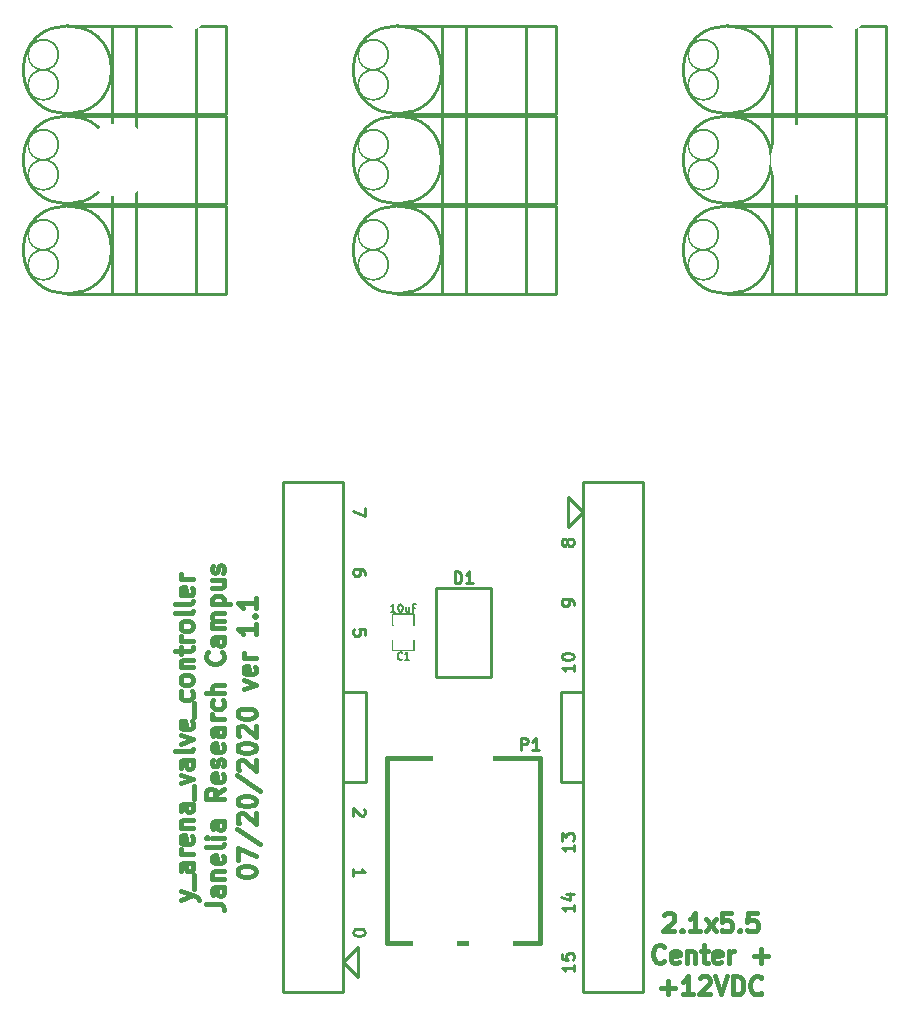
<source format=gto>
%TF.GenerationSoftware,KiCad,Pcbnew,5.1.6-c6e7f7d~87~ubuntu20.04.1*%
%TF.CreationDate,2020-07-21T15:37:17-04:00*%
%TF.ProjectId,y_arena_valve_controller,795f6172-656e-4615-9f76-616c76655f63,1.1*%
%TF.SameCoordinates,Original*%
%TF.FileFunction,Legend,Top*%
%TF.FilePolarity,Positive*%
%FSLAX46Y46*%
G04 Gerber Fmt 4.6, Leading zero omitted, Abs format (unit mm)*
G04 Created by KiCad (PCBNEW 5.1.6-c6e7f7d~87~ubuntu20.04.1) date 2020-07-21 15:37:17*
%MOMM*%
%LPD*%
G01*
G04 APERTURE LIST*
%ADD10C,0.381000*%
%ADD11C,0.279400*%
%ADD12C,0.150000*%
%ADD13C,0.177800*%
%ADD14C,0.228600*%
%ADD15C,0.400000*%
%ADD16C,0.254000*%
%ADD17C,0.158750*%
%ADD18O,2.132000X1.624000*%
%ADD19C,6.297600*%
%ADD20C,2.386000*%
%ADD21C,1.000000*%
%ADD22C,3.656000*%
%ADD23R,1.700200X0.887400*%
%ADD24R,4.000000X5.160000*%
%ADD25R,1.800000X1.640000*%
%ADD26C,4.600000*%
%ADD27C,2.000000*%
%ADD28R,5.100000X5.300000*%
%ADD29R,3.850000X5.100000*%
G04 APERTURE END LIST*
D10*
X64316428Y-131862285D02*
X65332428Y-131499428D01*
X64316428Y-131136571D02*
X65332428Y-131499428D01*
X65695285Y-131644571D01*
X65767857Y-131717142D01*
X65840428Y-131862285D01*
X65477571Y-130918857D02*
X65477571Y-129757714D01*
X65332428Y-128741714D02*
X64534142Y-128741714D01*
X64389000Y-128814285D01*
X64316428Y-128959428D01*
X64316428Y-129249714D01*
X64389000Y-129394857D01*
X65259857Y-128741714D02*
X65332428Y-128886857D01*
X65332428Y-129249714D01*
X65259857Y-129394857D01*
X65114714Y-129467428D01*
X64969571Y-129467428D01*
X64824428Y-129394857D01*
X64751857Y-129249714D01*
X64751857Y-128886857D01*
X64679285Y-128741714D01*
X65332428Y-128016000D02*
X64316428Y-128016000D01*
X64606714Y-128016000D02*
X64461571Y-127943428D01*
X64389000Y-127870857D01*
X64316428Y-127725714D01*
X64316428Y-127580571D01*
X65259857Y-126492000D02*
X65332428Y-126637142D01*
X65332428Y-126927428D01*
X65259857Y-127072571D01*
X65114714Y-127145142D01*
X64534142Y-127145142D01*
X64389000Y-127072571D01*
X64316428Y-126927428D01*
X64316428Y-126637142D01*
X64389000Y-126492000D01*
X64534142Y-126419428D01*
X64679285Y-126419428D01*
X64824428Y-127145142D01*
X64316428Y-125766285D02*
X65332428Y-125766285D01*
X64461571Y-125766285D02*
X64389000Y-125693714D01*
X64316428Y-125548571D01*
X64316428Y-125330857D01*
X64389000Y-125185714D01*
X64534142Y-125113142D01*
X65332428Y-125113142D01*
X65332428Y-123734285D02*
X64534142Y-123734285D01*
X64389000Y-123806857D01*
X64316428Y-123952000D01*
X64316428Y-124242285D01*
X64389000Y-124387428D01*
X65259857Y-123734285D02*
X65332428Y-123879428D01*
X65332428Y-124242285D01*
X65259857Y-124387428D01*
X65114714Y-124460000D01*
X64969571Y-124460000D01*
X64824428Y-124387428D01*
X64751857Y-124242285D01*
X64751857Y-123879428D01*
X64679285Y-123734285D01*
X65477571Y-123371428D02*
X65477571Y-122210285D01*
X64316428Y-121992571D02*
X65332428Y-121629714D01*
X64316428Y-121266857D01*
X65332428Y-120033142D02*
X64534142Y-120033142D01*
X64389000Y-120105714D01*
X64316428Y-120250857D01*
X64316428Y-120541142D01*
X64389000Y-120686285D01*
X65259857Y-120033142D02*
X65332428Y-120178285D01*
X65332428Y-120541142D01*
X65259857Y-120686285D01*
X65114714Y-120758857D01*
X64969571Y-120758857D01*
X64824428Y-120686285D01*
X64751857Y-120541142D01*
X64751857Y-120178285D01*
X64679285Y-120033142D01*
X65332428Y-119089714D02*
X65259857Y-119234857D01*
X65114714Y-119307428D01*
X63808428Y-119307428D01*
X64316428Y-118654285D02*
X65332428Y-118291428D01*
X64316428Y-117928571D01*
X65259857Y-116767428D02*
X65332428Y-116912571D01*
X65332428Y-117202857D01*
X65259857Y-117348000D01*
X65114714Y-117420571D01*
X64534142Y-117420571D01*
X64389000Y-117348000D01*
X64316428Y-117202857D01*
X64316428Y-116912571D01*
X64389000Y-116767428D01*
X64534142Y-116694857D01*
X64679285Y-116694857D01*
X64824428Y-117420571D01*
X65477571Y-116404571D02*
X65477571Y-115243428D01*
X65259857Y-114227428D02*
X65332428Y-114372571D01*
X65332428Y-114662857D01*
X65259857Y-114808000D01*
X65187285Y-114880571D01*
X65042142Y-114953142D01*
X64606714Y-114953142D01*
X64461571Y-114880571D01*
X64389000Y-114808000D01*
X64316428Y-114662857D01*
X64316428Y-114372571D01*
X64389000Y-114227428D01*
X65332428Y-113356571D02*
X65259857Y-113501714D01*
X65187285Y-113574285D01*
X65042142Y-113646857D01*
X64606714Y-113646857D01*
X64461571Y-113574285D01*
X64389000Y-113501714D01*
X64316428Y-113356571D01*
X64316428Y-113138857D01*
X64389000Y-112993714D01*
X64461571Y-112921142D01*
X64606714Y-112848571D01*
X65042142Y-112848571D01*
X65187285Y-112921142D01*
X65259857Y-112993714D01*
X65332428Y-113138857D01*
X65332428Y-113356571D01*
X64316428Y-112195428D02*
X65332428Y-112195428D01*
X64461571Y-112195428D02*
X64389000Y-112122857D01*
X64316428Y-111977714D01*
X64316428Y-111760000D01*
X64389000Y-111614857D01*
X64534142Y-111542285D01*
X65332428Y-111542285D01*
X64316428Y-111034285D02*
X64316428Y-110453714D01*
X63808428Y-110816571D02*
X65114714Y-110816571D01*
X65259857Y-110744000D01*
X65332428Y-110598857D01*
X65332428Y-110453714D01*
X65332428Y-109945714D02*
X64316428Y-109945714D01*
X64606714Y-109945714D02*
X64461571Y-109873142D01*
X64389000Y-109800571D01*
X64316428Y-109655428D01*
X64316428Y-109510285D01*
X65332428Y-108784571D02*
X65259857Y-108929714D01*
X65187285Y-109002285D01*
X65042142Y-109074857D01*
X64606714Y-109074857D01*
X64461571Y-109002285D01*
X64389000Y-108929714D01*
X64316428Y-108784571D01*
X64316428Y-108566857D01*
X64389000Y-108421714D01*
X64461571Y-108349142D01*
X64606714Y-108276571D01*
X65042142Y-108276571D01*
X65187285Y-108349142D01*
X65259857Y-108421714D01*
X65332428Y-108566857D01*
X65332428Y-108784571D01*
X65332428Y-107405714D02*
X65259857Y-107550857D01*
X65114714Y-107623428D01*
X63808428Y-107623428D01*
X65332428Y-106607428D02*
X65259857Y-106752571D01*
X65114714Y-106825142D01*
X63808428Y-106825142D01*
X65259857Y-105446285D02*
X65332428Y-105591428D01*
X65332428Y-105881714D01*
X65259857Y-106026857D01*
X65114714Y-106099428D01*
X64534142Y-106099428D01*
X64389000Y-106026857D01*
X64316428Y-105881714D01*
X64316428Y-105591428D01*
X64389000Y-105446285D01*
X64534142Y-105373714D01*
X64679285Y-105373714D01*
X64824428Y-106099428D01*
X65332428Y-104720571D02*
X64316428Y-104720571D01*
X64606714Y-104720571D02*
X64461571Y-104648000D01*
X64389000Y-104575428D01*
X64316428Y-104430285D01*
X64316428Y-104285142D01*
X66475428Y-132188857D02*
X67564000Y-132188857D01*
X67781714Y-132261428D01*
X67926857Y-132406571D01*
X67999428Y-132624285D01*
X67999428Y-132769428D01*
X67999428Y-130810000D02*
X67201142Y-130810000D01*
X67056000Y-130882571D01*
X66983428Y-131027714D01*
X66983428Y-131318000D01*
X67056000Y-131463142D01*
X67926857Y-130810000D02*
X67999428Y-130955142D01*
X67999428Y-131318000D01*
X67926857Y-131463142D01*
X67781714Y-131535714D01*
X67636571Y-131535714D01*
X67491428Y-131463142D01*
X67418857Y-131318000D01*
X67418857Y-130955142D01*
X67346285Y-130810000D01*
X66983428Y-130084285D02*
X67999428Y-130084285D01*
X67128571Y-130084285D02*
X67056000Y-130011714D01*
X66983428Y-129866571D01*
X66983428Y-129648857D01*
X67056000Y-129503714D01*
X67201142Y-129431142D01*
X67999428Y-129431142D01*
X67926857Y-128124857D02*
X67999428Y-128270000D01*
X67999428Y-128560285D01*
X67926857Y-128705428D01*
X67781714Y-128778000D01*
X67201142Y-128778000D01*
X67056000Y-128705428D01*
X66983428Y-128560285D01*
X66983428Y-128270000D01*
X67056000Y-128124857D01*
X67201142Y-128052285D01*
X67346285Y-128052285D01*
X67491428Y-128778000D01*
X67999428Y-127181428D02*
X67926857Y-127326571D01*
X67781714Y-127399142D01*
X66475428Y-127399142D01*
X67999428Y-126600857D02*
X66983428Y-126600857D01*
X66475428Y-126600857D02*
X66548000Y-126673428D01*
X66620571Y-126600857D01*
X66548000Y-126528285D01*
X66475428Y-126600857D01*
X66620571Y-126600857D01*
X67999428Y-125222000D02*
X67201142Y-125222000D01*
X67056000Y-125294571D01*
X66983428Y-125439714D01*
X66983428Y-125730000D01*
X67056000Y-125875142D01*
X67926857Y-125222000D02*
X67999428Y-125367142D01*
X67999428Y-125730000D01*
X67926857Y-125875142D01*
X67781714Y-125947714D01*
X67636571Y-125947714D01*
X67491428Y-125875142D01*
X67418857Y-125730000D01*
X67418857Y-125367142D01*
X67346285Y-125222000D01*
X67999428Y-122464285D02*
X67273714Y-122972285D01*
X67999428Y-123335142D02*
X66475428Y-123335142D01*
X66475428Y-122754571D01*
X66548000Y-122609428D01*
X66620571Y-122536857D01*
X66765714Y-122464285D01*
X66983428Y-122464285D01*
X67128571Y-122536857D01*
X67201142Y-122609428D01*
X67273714Y-122754571D01*
X67273714Y-123335142D01*
X67926857Y-121230571D02*
X67999428Y-121375714D01*
X67999428Y-121666000D01*
X67926857Y-121811142D01*
X67781714Y-121883714D01*
X67201142Y-121883714D01*
X67056000Y-121811142D01*
X66983428Y-121666000D01*
X66983428Y-121375714D01*
X67056000Y-121230571D01*
X67201142Y-121158000D01*
X67346285Y-121158000D01*
X67491428Y-121883714D01*
X67926857Y-120577428D02*
X67999428Y-120432285D01*
X67999428Y-120142000D01*
X67926857Y-119996857D01*
X67781714Y-119924285D01*
X67709142Y-119924285D01*
X67564000Y-119996857D01*
X67491428Y-120142000D01*
X67491428Y-120359714D01*
X67418857Y-120504857D01*
X67273714Y-120577428D01*
X67201142Y-120577428D01*
X67056000Y-120504857D01*
X66983428Y-120359714D01*
X66983428Y-120142000D01*
X67056000Y-119996857D01*
X67926857Y-118690571D02*
X67999428Y-118835714D01*
X67999428Y-119126000D01*
X67926857Y-119271142D01*
X67781714Y-119343714D01*
X67201142Y-119343714D01*
X67056000Y-119271142D01*
X66983428Y-119126000D01*
X66983428Y-118835714D01*
X67056000Y-118690571D01*
X67201142Y-118618000D01*
X67346285Y-118618000D01*
X67491428Y-119343714D01*
X67999428Y-117311714D02*
X67201142Y-117311714D01*
X67056000Y-117384285D01*
X66983428Y-117529428D01*
X66983428Y-117819714D01*
X67056000Y-117964857D01*
X67926857Y-117311714D02*
X67999428Y-117456857D01*
X67999428Y-117819714D01*
X67926857Y-117964857D01*
X67781714Y-118037428D01*
X67636571Y-118037428D01*
X67491428Y-117964857D01*
X67418857Y-117819714D01*
X67418857Y-117456857D01*
X67346285Y-117311714D01*
X67999428Y-116586000D02*
X66983428Y-116586000D01*
X67273714Y-116586000D02*
X67128571Y-116513428D01*
X67056000Y-116440857D01*
X66983428Y-116295714D01*
X66983428Y-116150571D01*
X67926857Y-114989428D02*
X67999428Y-115134571D01*
X67999428Y-115424857D01*
X67926857Y-115570000D01*
X67854285Y-115642571D01*
X67709142Y-115715142D01*
X67273714Y-115715142D01*
X67128571Y-115642571D01*
X67056000Y-115570000D01*
X66983428Y-115424857D01*
X66983428Y-115134571D01*
X67056000Y-114989428D01*
X67999428Y-114336285D02*
X66475428Y-114336285D01*
X67999428Y-113683142D02*
X67201142Y-113683142D01*
X67056000Y-113755714D01*
X66983428Y-113900857D01*
X66983428Y-114118571D01*
X67056000Y-114263714D01*
X67128571Y-114336285D01*
X67854285Y-110925428D02*
X67926857Y-110998000D01*
X67999428Y-111215714D01*
X67999428Y-111360857D01*
X67926857Y-111578571D01*
X67781714Y-111723714D01*
X67636571Y-111796285D01*
X67346285Y-111868857D01*
X67128571Y-111868857D01*
X66838285Y-111796285D01*
X66693142Y-111723714D01*
X66548000Y-111578571D01*
X66475428Y-111360857D01*
X66475428Y-111215714D01*
X66548000Y-110998000D01*
X66620571Y-110925428D01*
X67999428Y-109619142D02*
X67201142Y-109619142D01*
X67056000Y-109691714D01*
X66983428Y-109836857D01*
X66983428Y-110127142D01*
X67056000Y-110272285D01*
X67926857Y-109619142D02*
X67999428Y-109764285D01*
X67999428Y-110127142D01*
X67926857Y-110272285D01*
X67781714Y-110344857D01*
X67636571Y-110344857D01*
X67491428Y-110272285D01*
X67418857Y-110127142D01*
X67418857Y-109764285D01*
X67346285Y-109619142D01*
X67999428Y-108893428D02*
X66983428Y-108893428D01*
X67128571Y-108893428D02*
X67056000Y-108820857D01*
X66983428Y-108675714D01*
X66983428Y-108458000D01*
X67056000Y-108312857D01*
X67201142Y-108240285D01*
X67999428Y-108240285D01*
X67201142Y-108240285D02*
X67056000Y-108167714D01*
X66983428Y-108022571D01*
X66983428Y-107804857D01*
X67056000Y-107659714D01*
X67201142Y-107587142D01*
X67999428Y-107587142D01*
X66983428Y-106861428D02*
X68507428Y-106861428D01*
X67056000Y-106861428D02*
X66983428Y-106716285D01*
X66983428Y-106426000D01*
X67056000Y-106280857D01*
X67128571Y-106208285D01*
X67273714Y-106135714D01*
X67709142Y-106135714D01*
X67854285Y-106208285D01*
X67926857Y-106280857D01*
X67999428Y-106426000D01*
X67999428Y-106716285D01*
X67926857Y-106861428D01*
X66983428Y-104829428D02*
X67999428Y-104829428D01*
X66983428Y-105482571D02*
X67781714Y-105482571D01*
X67926857Y-105410000D01*
X67999428Y-105264857D01*
X67999428Y-105047142D01*
X67926857Y-104902000D01*
X67854285Y-104829428D01*
X67926857Y-104176285D02*
X67999428Y-104031142D01*
X67999428Y-103740857D01*
X67926857Y-103595714D01*
X67781714Y-103523142D01*
X67709142Y-103523142D01*
X67564000Y-103595714D01*
X67491428Y-103740857D01*
X67491428Y-103958571D01*
X67418857Y-104103714D01*
X67273714Y-104176285D01*
X67201142Y-104176285D01*
X67056000Y-104103714D01*
X66983428Y-103958571D01*
X66983428Y-103740857D01*
X67056000Y-103595714D01*
X69142428Y-129540000D02*
X69142428Y-129394857D01*
X69215000Y-129249714D01*
X69287571Y-129177142D01*
X69432714Y-129104571D01*
X69723000Y-129032000D01*
X70085857Y-129032000D01*
X70376142Y-129104571D01*
X70521285Y-129177142D01*
X70593857Y-129249714D01*
X70666428Y-129394857D01*
X70666428Y-129540000D01*
X70593857Y-129685142D01*
X70521285Y-129757714D01*
X70376142Y-129830285D01*
X70085857Y-129902857D01*
X69723000Y-129902857D01*
X69432714Y-129830285D01*
X69287571Y-129757714D01*
X69215000Y-129685142D01*
X69142428Y-129540000D01*
X69142428Y-128524000D02*
X69142428Y-127508000D01*
X70666428Y-128161142D01*
X69069857Y-125838857D02*
X71029285Y-127145142D01*
X69287571Y-125403428D02*
X69215000Y-125330857D01*
X69142428Y-125185714D01*
X69142428Y-124822857D01*
X69215000Y-124677714D01*
X69287571Y-124605142D01*
X69432714Y-124532571D01*
X69577857Y-124532571D01*
X69795571Y-124605142D01*
X70666428Y-125476000D01*
X70666428Y-124532571D01*
X69142428Y-123589142D02*
X69142428Y-123444000D01*
X69215000Y-123298857D01*
X69287571Y-123226285D01*
X69432714Y-123153714D01*
X69723000Y-123081142D01*
X70085857Y-123081142D01*
X70376142Y-123153714D01*
X70521285Y-123226285D01*
X70593857Y-123298857D01*
X70666428Y-123444000D01*
X70666428Y-123589142D01*
X70593857Y-123734285D01*
X70521285Y-123806857D01*
X70376142Y-123879428D01*
X70085857Y-123952000D01*
X69723000Y-123952000D01*
X69432714Y-123879428D01*
X69287571Y-123806857D01*
X69215000Y-123734285D01*
X69142428Y-123589142D01*
X69069857Y-121339428D02*
X71029285Y-122645714D01*
X69287571Y-120904000D02*
X69215000Y-120831428D01*
X69142428Y-120686285D01*
X69142428Y-120323428D01*
X69215000Y-120178285D01*
X69287571Y-120105714D01*
X69432714Y-120033142D01*
X69577857Y-120033142D01*
X69795571Y-120105714D01*
X70666428Y-120976571D01*
X70666428Y-120033142D01*
X69142428Y-119089714D02*
X69142428Y-118944571D01*
X69215000Y-118799428D01*
X69287571Y-118726857D01*
X69432714Y-118654285D01*
X69723000Y-118581714D01*
X70085857Y-118581714D01*
X70376142Y-118654285D01*
X70521285Y-118726857D01*
X70593857Y-118799428D01*
X70666428Y-118944571D01*
X70666428Y-119089714D01*
X70593857Y-119234857D01*
X70521285Y-119307428D01*
X70376142Y-119380000D01*
X70085857Y-119452571D01*
X69723000Y-119452571D01*
X69432714Y-119380000D01*
X69287571Y-119307428D01*
X69215000Y-119234857D01*
X69142428Y-119089714D01*
X69287571Y-118001142D02*
X69215000Y-117928571D01*
X69142428Y-117783428D01*
X69142428Y-117420571D01*
X69215000Y-117275428D01*
X69287571Y-117202857D01*
X69432714Y-117130285D01*
X69577857Y-117130285D01*
X69795571Y-117202857D01*
X70666428Y-118073714D01*
X70666428Y-117130285D01*
X69142428Y-116186857D02*
X69142428Y-116041714D01*
X69215000Y-115896571D01*
X69287571Y-115824000D01*
X69432714Y-115751428D01*
X69723000Y-115678857D01*
X70085857Y-115678857D01*
X70376142Y-115751428D01*
X70521285Y-115824000D01*
X70593857Y-115896571D01*
X70666428Y-116041714D01*
X70666428Y-116186857D01*
X70593857Y-116332000D01*
X70521285Y-116404571D01*
X70376142Y-116477142D01*
X70085857Y-116549714D01*
X69723000Y-116549714D01*
X69432714Y-116477142D01*
X69287571Y-116404571D01*
X69215000Y-116332000D01*
X69142428Y-116186857D01*
X69650428Y-114009714D02*
X70666428Y-113646857D01*
X69650428Y-113284000D01*
X70593857Y-112122857D02*
X70666428Y-112268000D01*
X70666428Y-112558285D01*
X70593857Y-112703428D01*
X70448714Y-112776000D01*
X69868142Y-112776000D01*
X69723000Y-112703428D01*
X69650428Y-112558285D01*
X69650428Y-112268000D01*
X69723000Y-112122857D01*
X69868142Y-112050285D01*
X70013285Y-112050285D01*
X70158428Y-112776000D01*
X70666428Y-111397142D02*
X69650428Y-111397142D01*
X69940714Y-111397142D02*
X69795571Y-111324571D01*
X69723000Y-111252000D01*
X69650428Y-111106857D01*
X69650428Y-110961714D01*
X70666428Y-108494285D02*
X70666428Y-109365142D01*
X70666428Y-108929714D02*
X69142428Y-108929714D01*
X69360142Y-109074857D01*
X69505285Y-109220000D01*
X69577857Y-109365142D01*
X70521285Y-107841142D02*
X70593857Y-107768571D01*
X70666428Y-107841142D01*
X70593857Y-107913714D01*
X70521285Y-107841142D01*
X70666428Y-107841142D01*
X70666428Y-106317142D02*
X70666428Y-107188000D01*
X70666428Y-106752571D02*
X69142428Y-106752571D01*
X69360142Y-106897714D01*
X69505285Y-107042857D01*
X69577857Y-107188000D01*
X105264857Y-133168571D02*
X105337428Y-133096000D01*
X105482571Y-133023428D01*
X105845428Y-133023428D01*
X105990571Y-133096000D01*
X106063142Y-133168571D01*
X106135714Y-133313714D01*
X106135714Y-133458857D01*
X106063142Y-133676571D01*
X105192285Y-134547428D01*
X106135714Y-134547428D01*
X106788857Y-134402285D02*
X106861428Y-134474857D01*
X106788857Y-134547428D01*
X106716285Y-134474857D01*
X106788857Y-134402285D01*
X106788857Y-134547428D01*
X108312857Y-134547428D02*
X107442000Y-134547428D01*
X107877428Y-134547428D02*
X107877428Y-133023428D01*
X107732285Y-133241142D01*
X107587142Y-133386285D01*
X107442000Y-133458857D01*
X108820857Y-134547428D02*
X109619142Y-133531428D01*
X108820857Y-133531428D02*
X109619142Y-134547428D01*
X110925428Y-133023428D02*
X110199714Y-133023428D01*
X110127142Y-133749142D01*
X110199714Y-133676571D01*
X110344857Y-133604000D01*
X110707714Y-133604000D01*
X110852857Y-133676571D01*
X110925428Y-133749142D01*
X110998000Y-133894285D01*
X110998000Y-134257142D01*
X110925428Y-134402285D01*
X110852857Y-134474857D01*
X110707714Y-134547428D01*
X110344857Y-134547428D01*
X110199714Y-134474857D01*
X110127142Y-134402285D01*
X111651142Y-134402285D02*
X111723714Y-134474857D01*
X111651142Y-134547428D01*
X111578571Y-134474857D01*
X111651142Y-134402285D01*
X111651142Y-134547428D01*
X113102571Y-133023428D02*
X112376857Y-133023428D01*
X112304285Y-133749142D01*
X112376857Y-133676571D01*
X112522000Y-133604000D01*
X112884857Y-133604000D01*
X113030000Y-133676571D01*
X113102571Y-133749142D01*
X113175142Y-133894285D01*
X113175142Y-134257142D01*
X113102571Y-134402285D01*
X113030000Y-134474857D01*
X112884857Y-134547428D01*
X112522000Y-134547428D01*
X112376857Y-134474857D01*
X112304285Y-134402285D01*
X105264857Y-137069285D02*
X105192285Y-137141857D01*
X104974571Y-137214428D01*
X104829428Y-137214428D01*
X104611714Y-137141857D01*
X104466571Y-136996714D01*
X104394000Y-136851571D01*
X104321428Y-136561285D01*
X104321428Y-136343571D01*
X104394000Y-136053285D01*
X104466571Y-135908142D01*
X104611714Y-135763000D01*
X104829428Y-135690428D01*
X104974571Y-135690428D01*
X105192285Y-135763000D01*
X105264857Y-135835571D01*
X106498571Y-137141857D02*
X106353428Y-137214428D01*
X106063142Y-137214428D01*
X105918000Y-137141857D01*
X105845428Y-136996714D01*
X105845428Y-136416142D01*
X105918000Y-136271000D01*
X106063142Y-136198428D01*
X106353428Y-136198428D01*
X106498571Y-136271000D01*
X106571142Y-136416142D01*
X106571142Y-136561285D01*
X105845428Y-136706428D01*
X107224285Y-136198428D02*
X107224285Y-137214428D01*
X107224285Y-136343571D02*
X107296857Y-136271000D01*
X107442000Y-136198428D01*
X107659714Y-136198428D01*
X107804857Y-136271000D01*
X107877428Y-136416142D01*
X107877428Y-137214428D01*
X108385428Y-136198428D02*
X108966000Y-136198428D01*
X108603142Y-135690428D02*
X108603142Y-136996714D01*
X108675714Y-137141857D01*
X108820857Y-137214428D01*
X108966000Y-137214428D01*
X110054571Y-137141857D02*
X109909428Y-137214428D01*
X109619142Y-137214428D01*
X109474000Y-137141857D01*
X109401428Y-136996714D01*
X109401428Y-136416142D01*
X109474000Y-136271000D01*
X109619142Y-136198428D01*
X109909428Y-136198428D01*
X110054571Y-136271000D01*
X110127142Y-136416142D01*
X110127142Y-136561285D01*
X109401428Y-136706428D01*
X110780285Y-137214428D02*
X110780285Y-136198428D01*
X110780285Y-136488714D02*
X110852857Y-136343571D01*
X110925428Y-136271000D01*
X111070571Y-136198428D01*
X111215714Y-136198428D01*
X112884857Y-136633857D02*
X114046000Y-136633857D01*
X113465428Y-137214428D02*
X113465428Y-136053285D01*
X105010857Y-139300857D02*
X106172000Y-139300857D01*
X105591428Y-139881428D02*
X105591428Y-138720285D01*
X107696000Y-139881428D02*
X106825142Y-139881428D01*
X107260571Y-139881428D02*
X107260571Y-138357428D01*
X107115428Y-138575142D01*
X106970285Y-138720285D01*
X106825142Y-138792857D01*
X108276571Y-138502571D02*
X108349142Y-138430000D01*
X108494285Y-138357428D01*
X108857142Y-138357428D01*
X109002285Y-138430000D01*
X109074857Y-138502571D01*
X109147428Y-138647714D01*
X109147428Y-138792857D01*
X109074857Y-139010571D01*
X108204000Y-139881428D01*
X109147428Y-139881428D01*
X109582857Y-138357428D02*
X110090857Y-139881428D01*
X110598857Y-138357428D01*
X111106857Y-139881428D02*
X111106857Y-138357428D01*
X111469714Y-138357428D01*
X111687428Y-138430000D01*
X111832571Y-138575142D01*
X111905142Y-138720285D01*
X111977714Y-139010571D01*
X111977714Y-139228285D01*
X111905142Y-139518571D01*
X111832571Y-139663714D01*
X111687428Y-139808857D01*
X111469714Y-139881428D01*
X111106857Y-139881428D01*
X113501714Y-139736285D02*
X113429142Y-139808857D01*
X113211428Y-139881428D01*
X113066285Y-139881428D01*
X112848571Y-139808857D01*
X112703428Y-139663714D01*
X112630857Y-139518571D01*
X112558285Y-139228285D01*
X112558285Y-139010571D01*
X112630857Y-138720285D01*
X112703428Y-138575142D01*
X112848571Y-138430000D01*
X113066285Y-138357428D01*
X113211428Y-138357428D01*
X113429142Y-138430000D01*
X113501714Y-138502571D01*
D11*
%TO.C,PHIDGET1*%
X103505000Y-139700000D02*
X103505000Y-96520000D01*
X103505000Y-96520000D02*
X98425000Y-96520000D01*
X98425000Y-96520000D02*
X98425000Y-139700000D01*
X98425000Y-139700000D02*
X103505000Y-139700000D01*
X96520000Y-121920000D02*
X98425000Y-121920000D01*
X96520000Y-121920000D02*
X96520000Y-114300000D01*
X98425000Y-114300000D02*
X96520000Y-114300000D01*
X97155000Y-100330000D02*
X97155000Y-97790000D01*
X97155000Y-97790000D02*
X98425000Y-99060000D01*
X98425000Y-99060000D02*
X97155000Y-100330000D01*
X79375000Y-138430000D02*
X78105000Y-137160000D01*
X79375000Y-135890000D02*
X79375000Y-138430000D01*
X78105000Y-96520000D02*
X73025000Y-96520000D01*
X73025000Y-96520000D02*
X73025000Y-139700000D01*
X78105000Y-139700000D02*
X78105000Y-96520000D01*
X78105000Y-137160000D02*
X79375000Y-135890000D01*
X73025000Y-139700000D02*
X78105000Y-139700000D01*
X78105000Y-121920000D02*
X80010000Y-121920000D01*
X80010000Y-114300000D02*
X78105000Y-114300000D01*
X80010000Y-114300000D02*
X80010000Y-121920000D01*
%TO.C,S1*%
X58521600Y-73101200D02*
X54737000Y-73101200D01*
X58521600Y-80568800D02*
X58521600Y-73101200D01*
X54737000Y-80568800D02*
X58521600Y-80568800D01*
X58470800Y-76835000D02*
G75*
G03*
X58470800Y-76835000I-3733800J0D01*
G01*
D12*
X53975000Y-75565000D02*
G75*
G03*
X53975000Y-75565000I-1270000J0D01*
G01*
X53975000Y-78105000D02*
G75*
G03*
X53975000Y-78105000I-1270000J0D01*
G01*
D11*
X68173600Y-80568800D02*
X68173600Y-73101200D01*
X68173600Y-80568800D02*
X58521600Y-80568800D01*
X68173600Y-73101200D02*
X58521600Y-73101200D01*
X65633600Y-80568800D02*
X65633600Y-73101200D01*
X60553600Y-80568800D02*
X60553600Y-73101200D01*
%TO.C,S2*%
X58521600Y-65481200D02*
X54737000Y-65481200D01*
X58521600Y-72948800D02*
X58521600Y-65481200D01*
X54737000Y-72948800D02*
X58521600Y-72948800D01*
X58470800Y-69215000D02*
G75*
G03*
X58470800Y-69215000I-3733800J0D01*
G01*
D12*
X53975000Y-67945000D02*
G75*
G03*
X53975000Y-67945000I-1270000J0D01*
G01*
X53975000Y-70485000D02*
G75*
G03*
X53975000Y-70485000I-1270000J0D01*
G01*
D11*
X68173600Y-72948800D02*
X68173600Y-65481200D01*
X68173600Y-72948800D02*
X58521600Y-72948800D01*
X68173600Y-65481200D02*
X58521600Y-65481200D01*
X65633600Y-72948800D02*
X65633600Y-65481200D01*
X60553600Y-72948800D02*
X60553600Y-65481200D01*
%TO.C,S3*%
X58521600Y-57861200D02*
X54737000Y-57861200D01*
X58521600Y-65328800D02*
X58521600Y-57861200D01*
X54737000Y-65328800D02*
X58521600Y-65328800D01*
X58470800Y-61595000D02*
G75*
G03*
X58470800Y-61595000I-3733800J0D01*
G01*
D12*
X53975000Y-60325000D02*
G75*
G03*
X53975000Y-60325000I-1270000J0D01*
G01*
X53975000Y-62865000D02*
G75*
G03*
X53975000Y-62865000I-1270000J0D01*
G01*
D11*
X68173600Y-65328800D02*
X68173600Y-57861200D01*
X68173600Y-65328800D02*
X58521600Y-65328800D01*
X68173600Y-57861200D02*
X58521600Y-57861200D01*
X65633600Y-65328800D02*
X65633600Y-57861200D01*
X60553600Y-65328800D02*
X60553600Y-57861200D01*
%TO.C,S4*%
X86461600Y-73101200D02*
X82677000Y-73101200D01*
X86461600Y-80568800D02*
X86461600Y-73101200D01*
X82677000Y-80568800D02*
X86461600Y-80568800D01*
X86410800Y-76835000D02*
G75*
G03*
X86410800Y-76835000I-3733800J0D01*
G01*
D12*
X81915000Y-75565000D02*
G75*
G03*
X81915000Y-75565000I-1270000J0D01*
G01*
X81915000Y-78105000D02*
G75*
G03*
X81915000Y-78105000I-1270000J0D01*
G01*
D11*
X96113600Y-80568800D02*
X96113600Y-73101200D01*
X96113600Y-80568800D02*
X86461600Y-80568800D01*
X96113600Y-73101200D02*
X86461600Y-73101200D01*
X93573600Y-80568800D02*
X93573600Y-73101200D01*
X88493600Y-80568800D02*
X88493600Y-73101200D01*
%TO.C,S5*%
X86461600Y-65481200D02*
X82677000Y-65481200D01*
X86461600Y-72948800D02*
X86461600Y-65481200D01*
X82677000Y-72948800D02*
X86461600Y-72948800D01*
X86410800Y-69215000D02*
G75*
G03*
X86410800Y-69215000I-3733800J0D01*
G01*
D12*
X81915000Y-67945000D02*
G75*
G03*
X81915000Y-67945000I-1270000J0D01*
G01*
X81915000Y-70485000D02*
G75*
G03*
X81915000Y-70485000I-1270000J0D01*
G01*
D11*
X96113600Y-72948800D02*
X96113600Y-65481200D01*
X96113600Y-72948800D02*
X86461600Y-72948800D01*
X96113600Y-65481200D02*
X86461600Y-65481200D01*
X93573600Y-72948800D02*
X93573600Y-65481200D01*
X88493600Y-72948800D02*
X88493600Y-65481200D01*
%TO.C,S6*%
X86461600Y-57861200D02*
X82677000Y-57861200D01*
X86461600Y-65328800D02*
X86461600Y-57861200D01*
X82677000Y-65328800D02*
X86461600Y-65328800D01*
X86410800Y-61595000D02*
G75*
G03*
X86410800Y-61595000I-3733800J0D01*
G01*
D12*
X81915000Y-60325000D02*
G75*
G03*
X81915000Y-60325000I-1270000J0D01*
G01*
X81915000Y-62865000D02*
G75*
G03*
X81915000Y-62865000I-1270000J0D01*
G01*
D11*
X96113600Y-65328800D02*
X96113600Y-57861200D01*
X96113600Y-65328800D02*
X86461600Y-65328800D01*
X96113600Y-57861200D02*
X86461600Y-57861200D01*
X93573600Y-65328800D02*
X93573600Y-57861200D01*
X88493600Y-65328800D02*
X88493600Y-57861200D01*
%TO.C,S7*%
X114401600Y-73101200D02*
X110617000Y-73101200D01*
X114401600Y-80568800D02*
X114401600Y-73101200D01*
X110617000Y-80568800D02*
X114401600Y-80568800D01*
X114350800Y-76835000D02*
G75*
G03*
X114350800Y-76835000I-3733800J0D01*
G01*
D12*
X109855000Y-75565000D02*
G75*
G03*
X109855000Y-75565000I-1270000J0D01*
G01*
X109855000Y-78105000D02*
G75*
G03*
X109855000Y-78105000I-1270000J0D01*
G01*
D11*
X124053600Y-80568800D02*
X124053600Y-73101200D01*
X124053600Y-80568800D02*
X114401600Y-80568800D01*
X124053600Y-73101200D02*
X114401600Y-73101200D01*
X121513600Y-80568800D02*
X121513600Y-73101200D01*
X116433600Y-80568800D02*
X116433600Y-73101200D01*
%TO.C,S8*%
X114401600Y-65481200D02*
X110617000Y-65481200D01*
X114401600Y-72948800D02*
X114401600Y-65481200D01*
X110617000Y-72948800D02*
X114401600Y-72948800D01*
X114350800Y-69215000D02*
G75*
G03*
X114350800Y-69215000I-3733800J0D01*
G01*
D12*
X109855000Y-67945000D02*
G75*
G03*
X109855000Y-67945000I-1270000J0D01*
G01*
X109855000Y-70485000D02*
G75*
G03*
X109855000Y-70485000I-1270000J0D01*
G01*
D11*
X124053600Y-72948800D02*
X124053600Y-65481200D01*
X124053600Y-72948800D02*
X114401600Y-72948800D01*
X124053600Y-65481200D02*
X114401600Y-65481200D01*
X121513600Y-72948800D02*
X121513600Y-65481200D01*
X116433600Y-72948800D02*
X116433600Y-65481200D01*
%TO.C,S9*%
X114401600Y-57861200D02*
X110617000Y-57861200D01*
X114401600Y-65328800D02*
X114401600Y-57861200D01*
X110617000Y-65328800D02*
X114401600Y-65328800D01*
X114350800Y-61595000D02*
G75*
G03*
X114350800Y-61595000I-3733800J0D01*
G01*
D12*
X109855000Y-60325000D02*
G75*
G03*
X109855000Y-60325000I-1270000J0D01*
G01*
X109855000Y-62865000D02*
G75*
G03*
X109855000Y-62865000I-1270000J0D01*
G01*
D11*
X124053600Y-65328800D02*
X124053600Y-57861200D01*
X124053600Y-65328800D02*
X114401600Y-65328800D01*
X124053600Y-57861200D02*
X114401600Y-57861200D01*
X121513600Y-65328800D02*
X121513600Y-57861200D01*
X116433600Y-65328800D02*
X116433600Y-57861200D01*
D13*
%TO.C,C1*%
X82296000Y-110744000D02*
X82296000Y-109855000D01*
X84074000Y-110744000D02*
X82296000Y-110744000D01*
X84074000Y-109855000D02*
X84074000Y-110744000D01*
X82296000Y-107696000D02*
X82296000Y-108585000D01*
X84074000Y-107696000D02*
X82296000Y-107696000D01*
X84074000Y-108585000D02*
X84074000Y-107696000D01*
D14*
%TO.C,D1*%
X90565000Y-112970000D02*
X85965000Y-112970000D01*
X85965000Y-112970000D02*
X85965000Y-105470000D01*
X85965000Y-105470000D02*
X90565000Y-105470000D01*
X90565000Y-105470000D02*
X90565000Y-112970000D01*
D15*
%TO.C,P1*%
X81765000Y-135530000D02*
X94765000Y-135530000D01*
X81765000Y-119830000D02*
X94765000Y-119830000D01*
X81765000Y-119830000D02*
X81765000Y-135530000D01*
X94765000Y-119830000D02*
X94765000Y-135530000D01*
%TO.C,PHIDGET1*%
D16*
X79931380Y-134571619D02*
X79931380Y-134668380D01*
X79883000Y-134765142D01*
X79834619Y-134813523D01*
X79737857Y-134861904D01*
X79544333Y-134910285D01*
X79302428Y-134910285D01*
X79108904Y-134861904D01*
X79012142Y-134813523D01*
X78963761Y-134765142D01*
X78915380Y-134668380D01*
X78915380Y-134571619D01*
X78963761Y-134474857D01*
X79012142Y-134426476D01*
X79108904Y-134378095D01*
X79302428Y-134329714D01*
X79544333Y-134329714D01*
X79737857Y-134378095D01*
X79834619Y-134426476D01*
X79883000Y-134474857D01*
X79931380Y-134571619D01*
X78915380Y-129830285D02*
X78915380Y-129249714D01*
X78915380Y-129540000D02*
X79931380Y-129540000D01*
X79786238Y-129443238D01*
X79689476Y-129346476D01*
X79641095Y-129249714D01*
X79931380Y-98721333D02*
X79931380Y-99398666D01*
X78915380Y-98963238D01*
X79931380Y-104333523D02*
X79931380Y-104140000D01*
X79883000Y-104043238D01*
X79834619Y-103994857D01*
X79689476Y-103898095D01*
X79495952Y-103849714D01*
X79108904Y-103849714D01*
X79012142Y-103898095D01*
X78963761Y-103946476D01*
X78915380Y-104043238D01*
X78915380Y-104236761D01*
X78963761Y-104333523D01*
X79012142Y-104381904D01*
X79108904Y-104430285D01*
X79350809Y-104430285D01*
X79447571Y-104381904D01*
X79495952Y-104333523D01*
X79544333Y-104236761D01*
X79544333Y-104043238D01*
X79495952Y-103946476D01*
X79447571Y-103898095D01*
X79350809Y-103849714D01*
X79931380Y-109461904D02*
X79931380Y-108978095D01*
X79447571Y-108929714D01*
X79495952Y-108978095D01*
X79544333Y-109074857D01*
X79544333Y-109316761D01*
X79495952Y-109413523D01*
X79447571Y-109461904D01*
X79350809Y-109510285D01*
X79108904Y-109510285D01*
X79012142Y-109461904D01*
X78963761Y-109413523D01*
X78915380Y-109316761D01*
X78915380Y-109074857D01*
X78963761Y-108978095D01*
X79012142Y-108929714D01*
X79834619Y-124169714D02*
X79883000Y-124218095D01*
X79931380Y-124314857D01*
X79931380Y-124556761D01*
X79883000Y-124653523D01*
X79834619Y-124701904D01*
X79737857Y-124750285D01*
X79641095Y-124750285D01*
X79495952Y-124701904D01*
X78915380Y-124121333D01*
X78915380Y-124750285D01*
X97034047Y-101696761D02*
X96985666Y-101793523D01*
X96937285Y-101841904D01*
X96840523Y-101890285D01*
X96792142Y-101890285D01*
X96695380Y-101841904D01*
X96647000Y-101793523D01*
X96598619Y-101696761D01*
X96598619Y-101503238D01*
X96647000Y-101406476D01*
X96695380Y-101358095D01*
X96792142Y-101309714D01*
X96840523Y-101309714D01*
X96937285Y-101358095D01*
X96985666Y-101406476D01*
X97034047Y-101503238D01*
X97034047Y-101696761D01*
X97082428Y-101793523D01*
X97130809Y-101841904D01*
X97227571Y-101890285D01*
X97421095Y-101890285D01*
X97517857Y-101841904D01*
X97566238Y-101793523D01*
X97614619Y-101696761D01*
X97614619Y-101503238D01*
X97566238Y-101406476D01*
X97517857Y-101358095D01*
X97421095Y-101309714D01*
X97227571Y-101309714D01*
X97130809Y-101358095D01*
X97082428Y-101406476D01*
X97034047Y-101503238D01*
X97614619Y-137353523D02*
X97614619Y-137934095D01*
X97614619Y-137643809D02*
X96598619Y-137643809D01*
X96743761Y-137740571D01*
X96840523Y-137837333D01*
X96888904Y-137934095D01*
X96598619Y-136434285D02*
X96598619Y-136918095D01*
X97082428Y-136966476D01*
X97034047Y-136918095D01*
X96985666Y-136821333D01*
X96985666Y-136579428D01*
X97034047Y-136482666D01*
X97082428Y-136434285D01*
X97179190Y-136385904D01*
X97421095Y-136385904D01*
X97517857Y-136434285D01*
X97566238Y-136482666D01*
X97614619Y-136579428D01*
X97614619Y-136821333D01*
X97566238Y-136918095D01*
X97517857Y-136966476D01*
X97614619Y-132273523D02*
X97614619Y-132854095D01*
X97614619Y-132563809D02*
X96598619Y-132563809D01*
X96743761Y-132660571D01*
X96840523Y-132757333D01*
X96888904Y-132854095D01*
X96937285Y-131402666D02*
X97614619Y-131402666D01*
X96550238Y-131644571D02*
X97275952Y-131886476D01*
X97275952Y-131257523D01*
X97614619Y-127193523D02*
X97614619Y-127774095D01*
X97614619Y-127483809D02*
X96598619Y-127483809D01*
X96743761Y-127580571D01*
X96840523Y-127677333D01*
X96888904Y-127774095D01*
X96598619Y-126854857D02*
X96598619Y-126225904D01*
X96985666Y-126564571D01*
X96985666Y-126419428D01*
X97034047Y-126322666D01*
X97082428Y-126274285D01*
X97179190Y-126225904D01*
X97421095Y-126225904D01*
X97517857Y-126274285D01*
X97566238Y-126322666D01*
X97614619Y-126419428D01*
X97614619Y-126709714D01*
X97566238Y-126806476D01*
X97517857Y-126854857D01*
X97614619Y-111953523D02*
X97614619Y-112534095D01*
X97614619Y-112243809D02*
X96598619Y-112243809D01*
X96743761Y-112340571D01*
X96840523Y-112437333D01*
X96888904Y-112534095D01*
X96598619Y-111324571D02*
X96598619Y-111227809D01*
X96647000Y-111131047D01*
X96695380Y-111082666D01*
X96792142Y-111034285D01*
X96985666Y-110985904D01*
X97227571Y-110985904D01*
X97421095Y-111034285D01*
X97517857Y-111082666D01*
X97566238Y-111131047D01*
X97614619Y-111227809D01*
X97614619Y-111324571D01*
X97566238Y-111421333D01*
X97517857Y-111469714D01*
X97421095Y-111518095D01*
X97227571Y-111566476D01*
X96985666Y-111566476D01*
X96792142Y-111518095D01*
X96695380Y-111469714D01*
X96647000Y-111421333D01*
X96598619Y-111324571D01*
X97614619Y-106873523D02*
X97614619Y-106680000D01*
X97566238Y-106583238D01*
X97517857Y-106534857D01*
X97372714Y-106438095D01*
X97179190Y-106389714D01*
X96792142Y-106389714D01*
X96695380Y-106438095D01*
X96647000Y-106486476D01*
X96598619Y-106583238D01*
X96598619Y-106776761D01*
X96647000Y-106873523D01*
X96695380Y-106921904D01*
X96792142Y-106970285D01*
X97034047Y-106970285D01*
X97130809Y-106921904D01*
X97179190Y-106873523D01*
X97227571Y-106776761D01*
X97227571Y-106583238D01*
X97179190Y-106486476D01*
X97130809Y-106438095D01*
X97034047Y-106389714D01*
%TO.C,C1*%
D17*
X83079166Y-111478785D02*
X83048928Y-111509023D01*
X82958214Y-111539261D01*
X82897738Y-111539261D01*
X82807023Y-111509023D01*
X82746547Y-111448547D01*
X82716309Y-111388071D01*
X82686071Y-111267119D01*
X82686071Y-111176404D01*
X82716309Y-111055452D01*
X82746547Y-110994976D01*
X82807023Y-110934500D01*
X82897738Y-110904261D01*
X82958214Y-110904261D01*
X83048928Y-110934500D01*
X83079166Y-110964738D01*
X83683928Y-111539261D02*
X83321071Y-111539261D01*
X83502500Y-111539261D02*
X83502500Y-110904261D01*
X83442023Y-110994976D01*
X83381547Y-111055452D01*
X83321071Y-111085690D01*
X82504642Y-107475261D02*
X82141785Y-107475261D01*
X82323214Y-107475261D02*
X82323214Y-106840261D01*
X82262738Y-106930976D01*
X82202261Y-106991452D01*
X82141785Y-107021690D01*
X82897738Y-106840261D02*
X82958214Y-106840261D01*
X83018690Y-106870500D01*
X83048928Y-106900738D01*
X83079166Y-106961214D01*
X83109404Y-107082166D01*
X83109404Y-107233357D01*
X83079166Y-107354309D01*
X83048928Y-107414785D01*
X83018690Y-107445023D01*
X82958214Y-107475261D01*
X82897738Y-107475261D01*
X82837261Y-107445023D01*
X82807023Y-107414785D01*
X82776785Y-107354309D01*
X82746547Y-107233357D01*
X82746547Y-107082166D01*
X82776785Y-106961214D01*
X82807023Y-106900738D01*
X82837261Y-106870500D01*
X82897738Y-106840261D01*
X83653690Y-107051928D02*
X83653690Y-107475261D01*
X83381547Y-107051928D02*
X83381547Y-107384547D01*
X83411785Y-107445023D01*
X83472261Y-107475261D01*
X83562976Y-107475261D01*
X83623452Y-107445023D01*
X83653690Y-107414785D01*
X84167738Y-107142642D02*
X83956071Y-107142642D01*
X83956071Y-107475261D02*
X83956071Y-106840261D01*
X84258452Y-106840261D01*
%TO.C,D1*%
D16*
X87515095Y-105079619D02*
X87515095Y-104063619D01*
X87757000Y-104063619D01*
X87902142Y-104112000D01*
X87998904Y-104208761D01*
X88047285Y-104305523D01*
X88095666Y-104499047D01*
X88095666Y-104644190D01*
X88047285Y-104837714D01*
X87998904Y-104934476D01*
X87902142Y-105031238D01*
X87757000Y-105079619D01*
X87515095Y-105079619D01*
X89063285Y-105079619D02*
X88482714Y-105079619D01*
X88773000Y-105079619D02*
X88773000Y-104063619D01*
X88676238Y-104208761D01*
X88579476Y-104305523D01*
X88482714Y-104353904D01*
%TO.C,P1*%
X93117004Y-119204619D02*
X93117004Y-118188619D01*
X93504052Y-118188619D01*
X93600814Y-118237000D01*
X93649195Y-118285380D01*
X93697576Y-118382142D01*
X93697576Y-118527285D01*
X93649195Y-118624047D01*
X93600814Y-118672428D01*
X93504052Y-118720809D01*
X93117004Y-118720809D01*
X94665195Y-119204619D02*
X94084623Y-119204619D01*
X94374909Y-119204619D02*
X94374909Y-118188619D01*
X94278147Y-118333761D01*
X94181385Y-118430523D01*
X94084623Y-118478904D01*
%TD*%
%LPC*%
D18*
%TO.C,PHIDGET1*%
X75565000Y-99060000D03*
X75565000Y-111760000D03*
X75565000Y-137160000D03*
X75565000Y-129540000D03*
X75565000Y-116840000D03*
X75565000Y-114300000D03*
X75565000Y-134620000D03*
X75565000Y-121920000D03*
X75565000Y-119380000D03*
X75565000Y-132080000D03*
X75565000Y-109220000D03*
X75565000Y-127000000D03*
X75565000Y-101600000D03*
X75565000Y-104140000D03*
X75565000Y-106680000D03*
X75565000Y-124460000D03*
X100965000Y-99060000D03*
X100965000Y-101600000D03*
X100965000Y-137160000D03*
D19*
X59055000Y-135255000D03*
X59055000Y-69215000D03*
X117475000Y-69215000D03*
X117475000Y-135255000D03*
D18*
X100965000Y-104140000D03*
X100965000Y-106680000D03*
X100965000Y-109220000D03*
X100965000Y-111760000D03*
X100965000Y-114300000D03*
X100965000Y-116840000D03*
X100965000Y-119380000D03*
X100965000Y-121920000D03*
X100965000Y-124460000D03*
X100965000Y-127000000D03*
X100965000Y-129540000D03*
X100965000Y-132080000D03*
X100965000Y-134620000D03*
%TD*%
D20*
%TO.C,S1*%
X52705000Y-75565000D03*
X52705000Y-78105000D03*
%TD*%
%TO.C,S2*%
X52705000Y-67945000D03*
X52705000Y-70485000D03*
%TD*%
%TO.C,S3*%
X52705000Y-60325000D03*
X52705000Y-62865000D03*
%TD*%
%TO.C,S4*%
X80645000Y-75565000D03*
X80645000Y-78105000D03*
%TD*%
%TO.C,S5*%
X80645000Y-67945000D03*
X80645000Y-70485000D03*
%TD*%
%TO.C,S6*%
X80645000Y-60325000D03*
X80645000Y-62865000D03*
%TD*%
%TO.C,S7*%
X108585000Y-75565000D03*
X108585000Y-78105000D03*
%TD*%
%TO.C,S8*%
X108585000Y-67945000D03*
X108585000Y-70485000D03*
%TD*%
%TO.C,S9*%
X108585000Y-60325000D03*
X108585000Y-62865000D03*
%TD*%
D21*
%TO.C,FID1*%
X53975000Y-53975000D03*
%TD*%
%TO.C,FID2*%
X122555000Y-53975000D03*
%TD*%
%TO.C,FID3*%
X122555000Y-137795000D03*
%TD*%
%TO.C,FID4*%
X53975000Y-137795000D03*
%TD*%
D22*
%TO.C,MH1*%
X92710000Y-85090000D03*
%TD*%
%TO.C,MH2*%
X64770000Y-56515000D03*
%TD*%
%TO.C,MH3*%
X120650000Y-56515000D03*
%TD*%
D23*
%TO.C,C1*%
X83185000Y-110261400D03*
X83185000Y-108178600D03*
%TD*%
D24*
%TO.C,D1*%
X88265000Y-108200000D03*
D25*
X89330000Y-112000000D03*
X87200000Y-112000000D03*
%TD*%
D26*
%TO.C,P1*%
X88265000Y-125730000D03*
D27*
X84165000Y-127730000D03*
X92365000Y-127730000D03*
D28*
X88265000Y-118130000D03*
D29*
X85890000Y-137030000D03*
X90640000Y-137030000D03*
%TD*%
M02*

</source>
